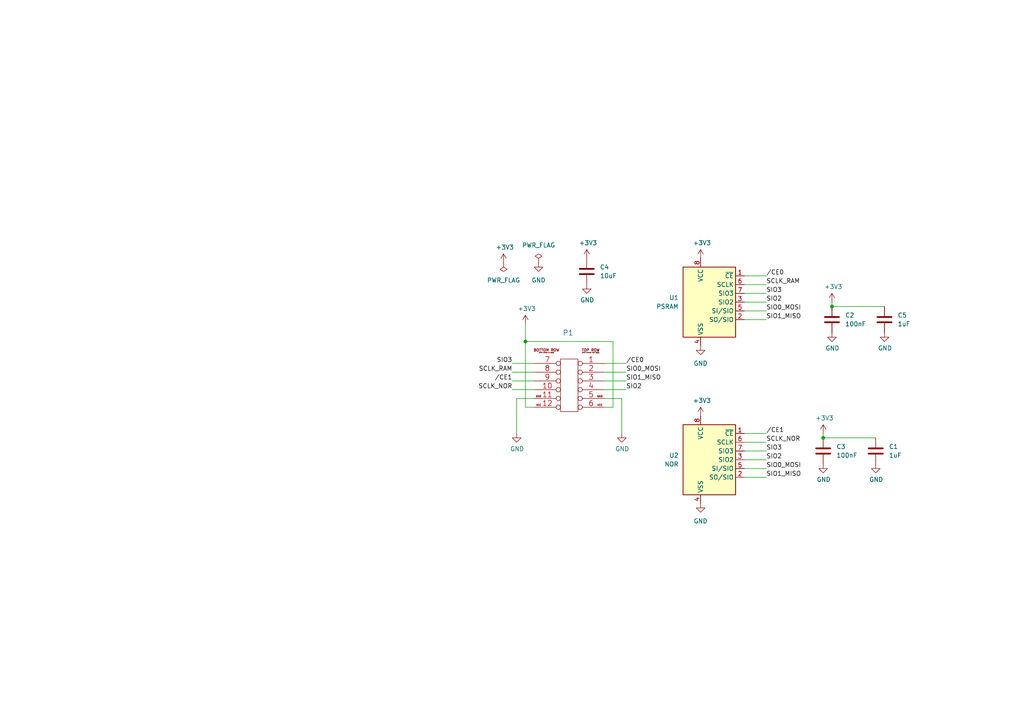
<source format=kicad_sch>
(kicad_sch (version 20230121) (generator eeschema)
  (paper "A4")
  (title_block (title "dual qspi pmod") (comment 1 "(c) 2023 logic kian,  @twitter splinedrive"))
  (lib_symbols
    (symbol "Device:C" (pin_numbers hide) (pin_names (offset 0.254))
      (property "Reference" "C" (at 0.635 2.54 0))
      (property "Value" "C" (at 0.635 -2.54 0))
      (symbol "C_0_1"
        (polyline (pts (xy -2.032 -0.762) (xy 2.032 -0.762)) (stroke (width 0.508)))
        (polyline (pts (xy -2.032 0.762) (xy 2.032 0.762)) (stroke (width 0.508)))
      )
      (symbol "C_1_1"
        (pin passive line (at 0 3.81 270) (length 2.794) (name "~") (number "1"))
        (pin passive line (at 0 -3.81 90) (length 2.794) (name "~") (number "2"))
      )
    )
    (symbol "New_Library:sop8"
      (property "Reference" "U" (at 3.81 11.43 0))
      (property "Value" "ESP-PSRAM32" (at -1.27 -11.43 0))
      (symbol "sop8_0_1"
        (rectangle (start -7.62 10.16) (end 7.62 -10.16) (stroke (width 0.254)) (fill (type background)))
      )
      (symbol "sop8_1_1"
        (pin input line (at 10.16 7.62 180) (length 2.54) (name "~{CE}") (number "1"))
        (pin bidirectional line (at 10.16 -5.08 180) (length 2.54) (name "SO/SIO") (number "2"))
        (pin bidirectional line (at 10.16 0 180) (length 2.54) (name "SIO2") (number "3"))
        (pin power_in line (at -2.54 -12.7 90) (length 2.54) (name "VSS") (number "4"))
        (pin bidirectional line (at 10.16 -2.54 180) (length 2.54) (name "SI/SIO") (number "5"))
        (pin input line (at 10.16 5.08 180) (length 2.54) (name "SCLK") (number "6"))
        (pin bidirectional line (at 10.16 2.54 180) (length 2.54) (name "SIO3") (number "7"))
        (pin power_in line (at -2.54 12.7 270) (length 2.54) (name "VCC") (number "8"))
      )
    )
    (symbol "pmod:PMOD-Device-x2-Type-Generic-Alt" (pin_names (offset 1.016) hide)
      (property "Reference" "P" (at 2.54 16.51 0))
      (property "Value" "PMOD-Device-x2-Type-Generic-Alt" (at 2.286 -1.016 0))
      (symbol "PMOD-Device-x2-Type-Generic-Alt_0_0"
        (text "(Pins closest to edge)" (at -4.064 17.272 0) (effects (font (size 0.254 0.254)) (justify top)))
        (text "(Pins furthest from edge)" (at 8.763 17.272 0) (effects (font (size 0.254 0.254)) (justify top)))
        (text "BOTTOM ROW" (at -4.064 18.288 0) (effects (font (size 0.762 0.762)) (justify top)))
        (text "GND" (at -6.35 4.445 0) (effects (font (size 0.508 0.508))))
        (text "GND" (at 11.43 4.445 0) (effects (font (size 0.508 0.508))))
        (text "TOP ROW" (at 8.763 18.288 0) (effects (font (size 0.762 0.762)) (justify top)))
        (text "VCC" (at -6.35 1.905 0) (effects (font (size 0.508 0.508))))
        (text "VCC" (at 11.43 1.905 0) (effects (font (size 0.508 0.508))))
      )
      (symbol "PMOD-Device-x2-Type-Generic-Alt_0_1"
        (rectangle (start 5.08 15.24) (end 0 0))
      )
      (symbol "PMOD-Device-x2-Type-Generic-Alt_1_1"
        (pin passive inverted (at 12.7 13.97 180) (length 7.62) (name "P1") (number "1"))
        (pin passive inverted (at -7.62 6.35 0) (length 7.62) (name "P10") (number "10"))
        (pin passive inverted (at -7.62 3.81 0) (length 7.62) (name "P11") (number "11"))
        (pin passive inverted (at -7.62 1.27 0) (length 7.62) (name "P12") (number "12"))
        (pin passive inverted (at 12.7 11.43 180) (length 7.62) (name "P2") (number "2"))
        (pin passive inverted (at 12.7 8.89 180) (length 7.62) (name "P3") (number "3"))
        (pin passive inverted (at 12.7 6.35 180) (length 7.62) (name "P4") (number "4"))
        (pin passive inverted (at 12.7 3.81 180) (length 7.62) (name "P5") (number "5"))
        (pin passive inverted (at 12.7 1.27 180) (length 7.62) (name "P6") (number "6"))
        (pin passive inverted (at -7.62 13.97 0) (length 7.62) (name "P7") (number "7"))
        (pin passive inverted (at -7.62 11.43 0) (length 7.62) (name "P8") (number "8"))
        (pin passive inverted (at -7.62 8.89 0) (length 7.62) (name "P9") (number "9"))
      )
    )
    (symbol "power:+3V3" (power) (pin_names (offset 0))
      (property "Value" "+3V3" (at 0 3.556 0))
      (symbol "+3V3_0_1"
        (polyline (pts (xy -0.762 1.27) (xy 0 2.54)))
        (polyline (pts (xy 0 0) (xy 0 2.54)))
        (polyline (pts (xy 0 2.54) (xy 0.762 1.27)))
      )
      (symbol "+3V3_1_1"
        (pin power_in line (at 0 0 90) (length 0) hide (name "+3V3") (number "1"))
      )
    )
    (symbol "power:GND" (power) (pin_names (offset 0))
      (property "Value" "GND" (at 0 -3.81 0))
      (symbol "GND_0_1"
        (polyline (pts (xy 0 0) (xy 0 -1.27) (xy 1.27 -1.27) (xy 0 -2.54) (xy -1.27 -1.27) (xy 0 -1.27)))
      )
      (symbol "GND_1_1"
        (pin power_in line (at 0 0 270) (length 0) hide (name "GND") (number "1"))
      )
    )
    (symbol "power:PWR_FLAG" (power) (pin_numbers hide) (pin_names (offset 0) hide)
      (property "Value" "PWR_FLAG" (at 0 3.81 0))
      (symbol "PWR_FLAG_0_0"
        (pin power_out line (at 0 0 90) (length 0) (name "pwr") (number "1"))
      )
      (symbol "PWR_FLAG_0_1"
        (polyline (pts (xy 0 0) (xy 0 1.27) (xy -1.016 1.905) (xy 0 2.54) (xy 1.016 1.905) (xy 0 1.27)))
      )
    )
  )
  (junction (at 152.4 99.06))
  (junction (at 238.76 127))
  (junction (at 241.3 88.9))
  (wire (pts (xy 215.9 80.01) (xy 222.25 80.01)))
  (wire (pts (xy 175.26 113.03) (xy 181.61 113.03)))
  (wire (pts (xy 215.9 90.17) (xy 222.25 90.17)))
  (wire (pts (xy 180.34 115.57) (xy 180.34 125.73)))
  (wire (pts (xy 215.9 130.81) (xy 222.25 130.81)))
  (wire (pts (xy 175.26 110.49) (xy 181.61 110.49)))
  (wire (pts (xy 215.9 125.73) (xy 222.25 125.73)))
  (wire (pts (xy 152.4 99.06) (xy 152.4 118.11)))
  (wire (pts (xy 215.9 92.71) (xy 222.25 92.71)))
  (wire (pts (xy 241.3 88.9) (xy 256.54 88.9)))
  (wire (pts (xy 152.4 93.98) (xy 152.4 99.06)))
  (wire (pts (xy 177.8 99.06) (xy 177.8 118.11)))
  (wire (pts (xy 215.9 128.27) (xy 222.25 128.27)))
  (wire (pts (xy 175.26 107.95) (xy 181.61 107.95)))
  (wire (pts (xy 148.59 105.41) (xy 154.94 105.41)))
  (wire (pts (xy 148.59 113.03) (xy 154.94 113.03)))
  (wire (pts (xy 175.26 118.11) (xy 177.8 118.11)))
  (wire (pts (xy 175.26 115.57) (xy 180.34 115.57)))
  (wire (pts (xy 148.59 107.95) (xy 154.94 107.95)))
  (wire (pts (xy 148.59 110.49) (xy 154.94 110.49)))
  (wire (pts (xy 215.9 85.09) (xy 222.25 85.09)))
  (wire (pts (xy 241.3 87.63) (xy 241.3 88.9)))
  (wire (pts (xy 152.4 99.06) (xy 177.8 99.06)))
  (wire (pts (xy 238.76 127) (xy 254 127)))
  (wire (pts (xy 152.4 118.11) (xy 154.94 118.11)))
  (wire (pts (xy 149.86 115.57) (xy 154.94 115.57)))
  (wire (pts (xy 175.26 105.41) (xy 181.61 105.41)))
  (wire (pts (xy 215.9 138.43) (xy 222.25 138.43)))
  (wire (pts (xy 215.9 133.35) (xy 222.25 133.35)))
  (wire (pts (xy 215.9 87.63) (xy 222.25 87.63)))
  (wire (pts (xy 238.76 125.73) (xy 238.76 127)))
  (wire (pts (xy 215.9 82.55) (xy 222.25 82.55)))
  (wire (pts (xy 215.9 135.89) (xy 222.25 135.89)))
  (wire (pts (xy 149.86 115.57) (xy 149.86 125.73)))
  (label "SIO3" (at 222.25 85.09 0))
  (label "SIO1_MISO" (at 222.25 92.71 0))
  (label "SIO0_MOSI" (at 222.25 135.89 0))
  (label "SIO2" (at 222.25 87.63 0))
  (label "SIO1_MISO" (at 181.61 110.49 0))
  (label "SIO1_MISO" (at 222.25 138.43 0))
  (label "SIO2" (at 181.61 113.03 0))
  (label "SIO0_MOSI" (at 181.61 107.95 0))
  (label "SIO0_MOSI" (at 222.25 90.17 0))
  (label "{slash}CE1" (at 222.25 125.73 0))
  (label "{slash}CE0" (at 222.25 80.01 0))
  (label "SCLK_NOR" (at 148.59 113.03 180))
  (label "SIO2" (at 222.25 133.35 0))
  (label "SCLK_NOR" (at 222.25 128.27 0))
  (label "SCLK_RAM" (at 148.59 107.95 180))
  (label "SCLK_RAM" (at 222.25 82.55 0))
  (label "SIO3" (at 222.25 130.81 0))
  (label "{slash}CE1" (at 148.59 110.49 180))
  (label "SIO3" (at 148.59 105.41 180))
  (label "{slash}CE0" (at 181.61 105.41 0))
  (symbol (lib_id "power:+3V3") (at 152.4 93.98 0) (unit 1)
    (property "Reference" "#PWR02" (effects hide))
    (property "Value" "+3V3" (at 152.781 89.5096 0))
  )
  (symbol (lib_id "power:GND") (at 180.34 125.73 0) (unit 1)
    (property "Reference" "#PWR05" (effects hide))
    (property "Value" "GND" (at 180.467 130.2004 0))
  )
  (symbol (lib_id "power:GND") (at 203.2 146.05 0) (unit 1)
    (property "Reference" "#PWR07" (effects hide))
    (property "Value" "GND" (at 203.2 151.13 0))
  )
  (symbol (lib_id "power:+3V3") (at 203.2 120.65 0) (unit 1)
    (property "Reference" "#PWR06" (effects hide))
    (property "Value" "+3V3" (at 203.581 116.1796 0))
  )
  (symbol (lib_id "power:GND") (at 254 134.62 0) (unit 1)
    (property "Reference" "#PWR015" (effects hide))
    (property "Value" "GND" (at 254.127 139.0904 0))
  )
  (symbol (lib_id "power:+3V3") (at 146.05 76.2 0) (unit 1)
    (property "Reference" "#PWR017" (effects hide))
    (property "Value" "+3V3" (at 146.431 71.7296 0))
  )
  (symbol (lib_id "New_Library:sop8") (at 205.74 133.35 0) (unit 1)
    (property "Reference" "U2" (at 196.85 132.08 0) (effects (justify right)))
    (property "Value" "NOR" (at 196.85 134.62 0) (effects (justify right)))
    (property "Footprint" "Package_SO:SOIC-8_5.275x5.275mm_P1.27mm" (effects hide))
    (property "Datasheet" "https://www.espressif.com/sites/default/files/documentation/esp-psram32_datasheet_en.pdf" (effects hide))
  )
  (symbol (lib_id "Device:C") (at 254 130.81 0) (unit 1)
    (property "Reference" "C1" (at 257.81 129.54 0) (effects (justify left)))
    (property "Value" "1uF" (at 257.81 132.08 0) (effects (justify left)))
    (property "Footprint" "Capacitor_SMD:C_0603_1608Metric" (effects hide))
  )
  (symbol (lib_id "power:GND") (at 241.3 96.52 0) (unit 1)
    (property "Reference" "#PWR011" (effects hide))
    (property "Value" "GND" (at 241.427 100.9904 0))
  )
  (symbol (lib_id "Device:C") (at 238.76 130.81 0) (unit 1)
    (property "Reference" "C3" (at 242.57 129.54 0) (effects (justify left)))
    (property "Value" "100nF" (at 242.57 132.08 0) (effects (justify left)))
    (property "Footprint" "Capacitor_SMD:C_0603_1608Metric" (effects hide))
  )
  (symbol (lib_id "power:GND") (at 170.18 82.55 0) (unit 1)
    (property "Reference" "#PWR04" (effects hide))
    (property "Value" "GND" (at 170.307 87.0204 0))
  )
  (symbol (lib_id "power:GND") (at 203.2 100.33 0) (unit 1)
    (property "Reference" "#PWR09" (effects hide))
    (property "Value" "GND" (at 203.2 105.41 0))
  )
  (symbol (lib_id "power:+3V3") (at 241.3 87.63 0) (unit 1)
    (property "Reference" "#PWR010" (effects hide))
    (property "Value" "+3V3" (at 241.681 83.1596 0))
  )
  (symbol (lib_id "power:+3V3") (at 203.2 74.93 0) (unit 1)
    (property "Reference" "#PWR08" (effects hide))
    (property "Value" "+3V3" (at 203.581 70.4596 0))
  )
  (symbol (lib_id "New_Library:sop8") (at 205.74 87.63 0) (unit 1)
    (property "Reference" "U1" (at 196.85 86.36 0) (effects (justify right)))
    (property "Value" "PSRAM" (at 196.85 88.9 0) (effects (justify right)))
    (property "Footprint" "Package_SO:SOIC-8_3.9x4.9mm_P1.27mm" (effects hide))
    (property "Datasheet" "https://www.espressif.com/sites/default/files/documentation/esp-psram32_datasheet_en.pdf" (effects hide))
  )
  (symbol (lib_id "power:+3V3") (at 170.18 74.93 0) (unit 1)
    (property "Reference" "#PWR03" (effects hide))
    (property "Value" "+3V3" (at 170.561 70.4596 0))
  )
  (symbol (lib_id "Device:C") (at 170.18 78.74 0) (unit 1)
    (property "Reference" "C4" (at 173.99 77.47 0) (effects (justify left)))
    (property "Value" "10uF" (at 173.99 80.01 0) (effects (justify left)))
    (property "Footprint" "Capacitor_SMD:C_0603_1608Metric" (effects hide))
  )
  (symbol (lib_id "power:GND") (at 156.21 76.2 0) (unit 1)
    (property "Reference" "#PWR016" (effects hide))
    (property "Value" "GND" (at 156.21 81.28 0))
  )
  (symbol (lib_id "power:GND") (at 149.86 125.73 0) (unit 1)
    (property "Reference" "#PWR01" (effects hide))
    (property "Value" "GND" (at 149.987 130.2004 0))
  )
  (symbol (lib_id "pmod:PMOD-Device-x2-Type-Generic-Alt") (at 162.56 119.38 0) (unit 1)
    (property "Reference" "P1" (at 164.7683 96.52 0) (effects (font (size 1.524 1.524))))
    (property "Value" "PMOD-Device-x2-Type-Generic-Alt" (effects hide))
    (property "Footprint" "pmod-conn_6x2:pmod_pin_array_6x2" (effects hide))
  )
  (symbol (lib_id "power:+3V3") (at 238.76 125.73 0) (unit 1)
    (property "Reference" "#PWR012" (effects hide))
    (property "Value" "+3V3" (at 239.141 121.2596 0))
  )
  (symbol (lib_id "power:GND") (at 238.76 134.62 0) (unit 1)
    (property "Reference" "#PWR013" (effects hide))
    (property "Value" "GND" (at 238.887 139.0904 0))
  )
  (symbol (lib_id "Device:C") (at 256.54 92.71 0) (unit 1)
    (property "Reference" "C5" (at 260.35 91.44 0) (effects (justify left)))
    (property "Value" "1uF" (at 260.35 93.98 0) (effects (justify left)))
    (property "Footprint" "Capacitor_SMD:C_0603_1608Metric" (effects hide))
  )
  (symbol (lib_id "power:PWR_FLAG") (at 156.21 76.2 0) (unit 1)
    (property "Reference" "#FLG01" (effects hide))
    (property "Value" "PWR_FLAG" (at 156.21 71.12 0))
  )
  (symbol (lib_id "power:GND") (at 256.54 96.52 0) (unit 1)
    (property "Reference" "#PWR014" (effects hide))
    (property "Value" "GND" (at 256.667 100.9904 0))
  )
  (symbol (lib_id "power:PWR_FLAG") (at 146.05 76.2 180) (unit 1)
    (property "Reference" "#FLG02" (effects hide))
    (property "Value" "PWR_FLAG" (at 146.05 81.28 0))
  )
  (symbol (lib_id "Device:C") (at 241.3 92.71 0) (unit 1)
    (property "Reference" "C2" (at 245.11 91.44 0) (effects (justify left)))
    (property "Value" "100nF" (at 245.11 93.98 0) (effects (justify left)))
    (property "Footprint" "Capacitor_SMD:C_0603_1608Metric" (effects hide))
  )
)
</source>
